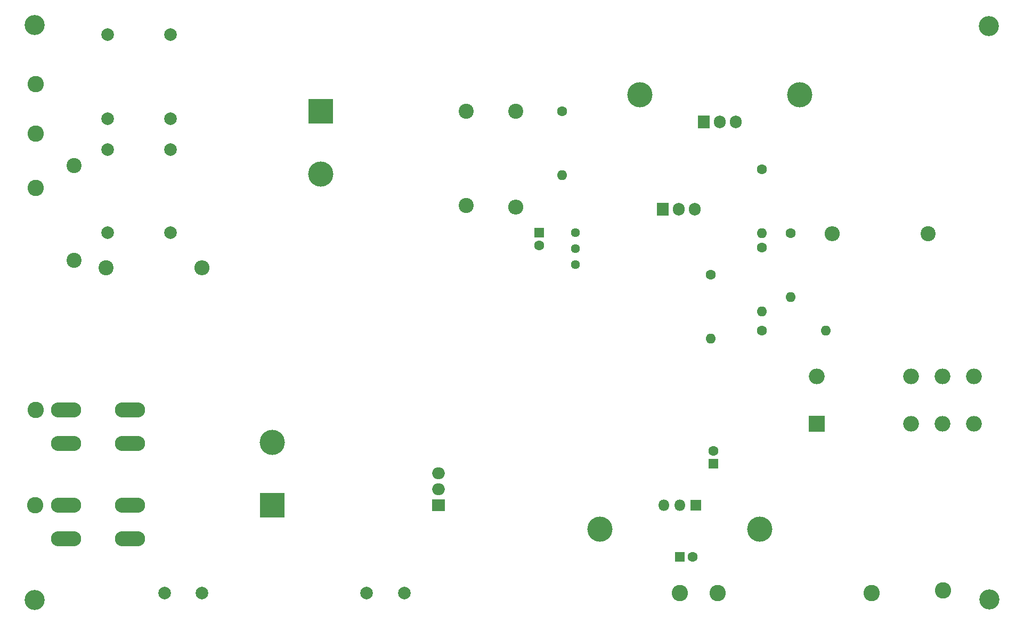
<source format=gbr>
G04 #@! TF.GenerationSoftware,KiCad,Pcbnew,(5.1.10-1-10_14)*
G04 #@! TF.CreationDate,2021-07-07T13:24:20+02:00*
G04 #@! TF.ProjectId,hv-power-supply-v1,68762d70-6f77-4657-922d-737570706c79,rev?*
G04 #@! TF.SameCoordinates,Original*
G04 #@! TF.FileFunction,Soldermask,Bot*
G04 #@! TF.FilePolarity,Negative*
%FSLAX46Y46*%
G04 Gerber Fmt 4.6, Leading zero omitted, Abs format (unit mm)*
G04 Created by KiCad (PCBNEW (5.1.10-1-10_14)) date 2021-07-07 13:24:20*
%MOMM*%
%LPD*%
G01*
G04 APERTURE LIST*
%ADD10C,4.000000*%
%ADD11R,4.000000X4.000000*%
%ADD12R,2.000000X1.905000*%
%ADD13O,2.000000X1.905000*%
%ADD14O,2.400000X2.400000*%
%ADD15C,2.400000*%
%ADD16O,4.800600X2.400300*%
%ADD17C,1.600000*%
%ADD18R,1.600000X1.600000*%
%ADD19C,2.000000*%
%ADD20O,1.600000X1.600000*%
%ADD21O,1.905000X2.000000*%
%ADD22R,1.905000X2.000000*%
%ADD23C,2.600000*%
%ADD24C,1.440000*%
%ADD25O,2.500000X2.500000*%
%ADD26R,2.500000X2.500000*%
%ADD27R,1.800000X1.800000*%
%ADD28O,1.800000X1.800000*%
%ADD29C,3.200000*%
G04 APERTURE END LIST*
D10*
X96990000Y-115753000D03*
D11*
X96990000Y-125753000D03*
D12*
X123406000Y-125753000D03*
D13*
X123406000Y-123213000D03*
X123406000Y-120673000D03*
D10*
X155410000Y-60475000D03*
X180810000Y-60475000D03*
X149060000Y-129563000D03*
X174460000Y-129563000D03*
D14*
X185991500Y-82550000D03*
D15*
X201231500Y-82550000D03*
D16*
X64224000Y-110640000D03*
X74384000Y-110640000D03*
X74384000Y-131087000D03*
X64224000Y-131087000D03*
X74384000Y-125753000D03*
X64224000Y-125753000D03*
X64224000Y-115974000D03*
X74384000Y-115974000D03*
D17*
X167094000Y-117149000D03*
D18*
X167094000Y-119149000D03*
D14*
X85814000Y-88034000D03*
D15*
X70574000Y-88034000D03*
D19*
X70828000Y-69238000D03*
X80828000Y-69238000D03*
X70828000Y-82446000D03*
X80828000Y-82446000D03*
X70828000Y-64285000D03*
X80828000Y-64285000D03*
X70828000Y-50950000D03*
X80828000Y-50950000D03*
D20*
X166649500Y-99273500D03*
D17*
X166649500Y-89113500D03*
D20*
X143002000Y-73279000D03*
D17*
X143002000Y-63119000D03*
D20*
X174777500Y-82509500D03*
D17*
X174777500Y-72349500D03*
D21*
X170650000Y-64793000D03*
X168110000Y-64793000D03*
D22*
X165570000Y-64793000D03*
D21*
X164109500Y-78699500D03*
X161569500Y-78699500D03*
D22*
X159029500Y-78699500D03*
D23*
X167729000Y-139723000D03*
X161760000Y-139723000D03*
X59398000Y-110640000D03*
X59271000Y-125753000D03*
X59398000Y-75334000D03*
X59398000Y-66698000D03*
X59398000Y-58824000D03*
D17*
X163760000Y-134008000D03*
D18*
X161760000Y-134008000D03*
D24*
X145186500Y-87526000D03*
X145186500Y-84986000D03*
X145186500Y-82446000D03*
D25*
X183496000Y-105299000D03*
X198496000Y-105299000D03*
X203496000Y-105299000D03*
X208496000Y-105299000D03*
X208496000Y-112799000D03*
X203496000Y-112799000D03*
X198496000Y-112799000D03*
D26*
X183496000Y-112799000D03*
D20*
X179349500Y-92669500D03*
D17*
X179349500Y-82509500D03*
D14*
X135636000Y-78359000D03*
D15*
X135636000Y-63119000D03*
D20*
X184937500Y-98003500D03*
D17*
X174777500Y-98003500D03*
D20*
X174777500Y-94955500D03*
D17*
X174777500Y-84795500D03*
D19*
X111976000Y-139723000D03*
X117945000Y-139723000D03*
X79845000Y-139723000D03*
X85814000Y-139723000D03*
D23*
X192240000Y-139723000D03*
X203543000Y-139342000D03*
D17*
X139382500Y-84423000D03*
D18*
X139382500Y-82423000D03*
D15*
X127762000Y-63119000D03*
X127762000Y-78119000D03*
D10*
X104711500Y-73119000D03*
D11*
X104711500Y-63119000D03*
D15*
X65494000Y-86778000D03*
X65494000Y-71778000D03*
D27*
X164300000Y-125753000D03*
D28*
X161760000Y-125753000D03*
X159220000Y-125753000D03*
D29*
X210947000Y-140716000D03*
X59182000Y-140843000D03*
X210820000Y-49530000D03*
X59182000Y-49403000D03*
M02*

</source>
